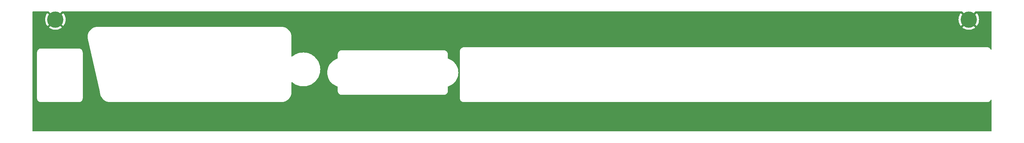
<source format=gbr>
%TF.GenerationSoftware,KiCad,Pcbnew,7.0.10*%
%TF.CreationDate,2024-05-18T10:47:54+01:00*%
%TF.ProjectId,back,6261636b-2e6b-4696-9361-645f70636258,rev?*%
%TF.SameCoordinates,Original*%
%TF.FileFunction,Copper,L2,Bot*%
%TF.FilePolarity,Positive*%
%FSLAX46Y46*%
G04 Gerber Fmt 4.6, Leading zero omitted, Abs format (unit mm)*
G04 Created by KiCad (PCBNEW 7.0.10) date 2024-05-18 10:47:54*
%MOMM*%
%LPD*%
G01*
G04 APERTURE LIST*
%TA.AperFunction,ComponentPad*%
%ADD10C,4.000000*%
%TD*%
G04 APERTURE END LIST*
D10*
%TO.P,H2,1,1*%
%TO.N,GND*%
X256600000Y-89500000D03*
%TD*%
%TO.P,H1,1,1*%
%TO.N,GND*%
X32600000Y-89500000D03*
%TD*%
%TA.AperFunction,Conductor*%
%TO.N,GND*%
G36*
X30969730Y-87520185D02*
G01*
X30990372Y-87536819D01*
X31655819Y-88202266D01*
X31465130Y-88365130D01*
X31302266Y-88555818D01*
X30664286Y-87917838D01*
X30664285Y-87917838D01*
X30573459Y-88027629D01*
X30573457Y-88027632D01*
X30404903Y-88293232D01*
X30404900Y-88293238D01*
X30270965Y-88577862D01*
X30270963Y-88577867D01*
X30173755Y-88877041D01*
X30114808Y-89186050D01*
X30114807Y-89186057D01*
X30095057Y-89499994D01*
X30095057Y-89500005D01*
X30114807Y-89813942D01*
X30114808Y-89813949D01*
X30173755Y-90122958D01*
X30270963Y-90422132D01*
X30270965Y-90422137D01*
X30404900Y-90706761D01*
X30404903Y-90706767D01*
X30573457Y-90972367D01*
X30573460Y-90972371D01*
X30664286Y-91082160D01*
X31302266Y-90444180D01*
X31465130Y-90634870D01*
X31655818Y-90797732D01*
X31014971Y-91438579D01*
X31014972Y-91438581D01*
X31257772Y-91614985D01*
X31257790Y-91614996D01*
X31533447Y-91766540D01*
X31533455Y-91766544D01*
X31825926Y-91882340D01*
X32130620Y-91960573D01*
X32130629Y-91960575D01*
X32442701Y-91999999D01*
X32442715Y-92000000D01*
X32757285Y-92000000D01*
X32757298Y-91999999D01*
X33069370Y-91960575D01*
X33069379Y-91960573D01*
X33374073Y-91882340D01*
X33666544Y-91766544D01*
X33666552Y-91766540D01*
X33942209Y-91614996D01*
X33942219Y-91614990D01*
X34185026Y-91438579D01*
X34185027Y-91438579D01*
X33544180Y-90797733D01*
X33734870Y-90634870D01*
X33897733Y-90444181D01*
X34535712Y-91082160D01*
X34626544Y-90972364D01*
X34795096Y-90706767D01*
X34795099Y-90706761D01*
X34929034Y-90422137D01*
X34929036Y-90422132D01*
X35026244Y-90122958D01*
X35085191Y-89813949D01*
X35085192Y-89813942D01*
X35104943Y-89500005D01*
X35104943Y-89499994D01*
X35085192Y-89186057D01*
X35085191Y-89186050D01*
X35026244Y-88877041D01*
X34929036Y-88577867D01*
X34929034Y-88577862D01*
X34795099Y-88293238D01*
X34795096Y-88293232D01*
X34626542Y-88027632D01*
X34626539Y-88027628D01*
X34535712Y-87917838D01*
X33897732Y-88555818D01*
X33734870Y-88365130D01*
X33544180Y-88202266D01*
X34209628Y-87536819D01*
X34270951Y-87503334D01*
X34297309Y-87500500D01*
X254902691Y-87500500D01*
X254969730Y-87520185D01*
X254990372Y-87536819D01*
X255655819Y-88202266D01*
X255465130Y-88365130D01*
X255302266Y-88555818D01*
X254664286Y-87917838D01*
X254664285Y-87917838D01*
X254573459Y-88027629D01*
X254573457Y-88027632D01*
X254404903Y-88293232D01*
X254404900Y-88293238D01*
X254270965Y-88577862D01*
X254270963Y-88577867D01*
X254173755Y-88877041D01*
X254114808Y-89186050D01*
X254114807Y-89186057D01*
X254095057Y-89499994D01*
X254095057Y-89500005D01*
X254114807Y-89813942D01*
X254114808Y-89813949D01*
X254173755Y-90122958D01*
X254270963Y-90422132D01*
X254270965Y-90422137D01*
X254404900Y-90706761D01*
X254404903Y-90706767D01*
X254573457Y-90972367D01*
X254573460Y-90972371D01*
X254664286Y-91082160D01*
X255302266Y-90444180D01*
X255465130Y-90634870D01*
X255655818Y-90797732D01*
X255014971Y-91438579D01*
X255014972Y-91438581D01*
X255257772Y-91614985D01*
X255257790Y-91614996D01*
X255533447Y-91766540D01*
X255533455Y-91766544D01*
X255825926Y-91882340D01*
X256130620Y-91960573D01*
X256130629Y-91960575D01*
X256442701Y-91999999D01*
X256442715Y-92000000D01*
X256757285Y-92000000D01*
X256757298Y-91999999D01*
X257069370Y-91960575D01*
X257069379Y-91960573D01*
X257374073Y-91882340D01*
X257666544Y-91766544D01*
X257666552Y-91766540D01*
X257942209Y-91614996D01*
X257942219Y-91614990D01*
X258185026Y-91438579D01*
X258185027Y-91438579D01*
X257544180Y-90797733D01*
X257734870Y-90634870D01*
X257897733Y-90444181D01*
X258535712Y-91082160D01*
X258626544Y-90972364D01*
X258795096Y-90706767D01*
X258795099Y-90706761D01*
X258929034Y-90422137D01*
X258929036Y-90422132D01*
X259026244Y-90122958D01*
X259085191Y-89813949D01*
X259085192Y-89813942D01*
X259104943Y-89500005D01*
X259104943Y-89499994D01*
X259085192Y-89186057D01*
X259085191Y-89186050D01*
X259026244Y-88877041D01*
X258929036Y-88577867D01*
X258929034Y-88577862D01*
X258795099Y-88293238D01*
X258795096Y-88293232D01*
X258626542Y-88027632D01*
X258626539Y-88027628D01*
X258535712Y-87917838D01*
X257897732Y-88555818D01*
X257734870Y-88365130D01*
X257544180Y-88202266D01*
X258209628Y-87536819D01*
X258270951Y-87503334D01*
X258297309Y-87500500D01*
X262075500Y-87500500D01*
X262142539Y-87520185D01*
X262188294Y-87572989D01*
X262199500Y-87624500D01*
X262199500Y-96787321D01*
X262179815Y-96854360D01*
X262127011Y-96900115D01*
X262057853Y-96910059D01*
X261994297Y-96881034D01*
X261970269Y-96852914D01*
X261934928Y-96796216D01*
X261934136Y-96794946D01*
X261930951Y-96789534D01*
X261929723Y-96787321D01*
X261895409Y-96725498D01*
X261884921Y-96713281D01*
X261873773Y-96698100D01*
X261873157Y-96697111D01*
X261865252Y-96684429D01*
X261814787Y-96631340D01*
X261810577Y-96626680D01*
X261762873Y-96571112D01*
X261762868Y-96571108D01*
X261762866Y-96571105D01*
X261750126Y-96561243D01*
X261736155Y-96548620D01*
X261725063Y-96536951D01*
X261725062Y-96536950D01*
X261725059Y-96536947D01*
X261664936Y-96495100D01*
X261659874Y-96491382D01*
X261601960Y-96446553D01*
X261601957Y-96446551D01*
X261587496Y-96439458D01*
X261571270Y-96429906D01*
X261558051Y-96420706D01*
X261558049Y-96420705D01*
X261490720Y-96391811D01*
X261485061Y-96389211D01*
X261419271Y-96356940D01*
X261419269Y-96356939D01*
X261403680Y-96352903D01*
X261385864Y-96346813D01*
X261371061Y-96340461D01*
X261371059Y-96340460D01*
X261371058Y-96340460D01*
X261299306Y-96325714D01*
X261293195Y-96324297D01*
X261286544Y-96322575D01*
X261222285Y-96305937D01*
X261222284Y-96305936D01*
X261222281Y-96305936D01*
X261206189Y-96305119D01*
X261187523Y-96302742D01*
X261171743Y-96299500D01*
X261171741Y-96299500D01*
X261098500Y-96299500D01*
X261092221Y-96299341D01*
X261019064Y-96295631D01*
X261019060Y-96295631D01*
X261003143Y-96298070D01*
X260984367Y-96299500D01*
X132828500Y-96299500D01*
X132822221Y-96299341D01*
X132791787Y-96297797D01*
X132749065Y-96295631D01*
X132749058Y-96295631D01*
X132676676Y-96306719D01*
X132670448Y-96307513D01*
X132597566Y-96314925D01*
X132597557Y-96314927D01*
X132582187Y-96319749D01*
X132563858Y-96324003D01*
X132547929Y-96326444D01*
X132547926Y-96326445D01*
X132479245Y-96351880D01*
X132473305Y-96353911D01*
X132403412Y-96375840D01*
X132389322Y-96383661D01*
X132372220Y-96391518D01*
X132357118Y-96397111D01*
X132357108Y-96397116D01*
X132294959Y-96435854D01*
X132289546Y-96439040D01*
X132225506Y-96474585D01*
X132225499Y-96474590D01*
X132213278Y-96485081D01*
X132198114Y-96496216D01*
X132184430Y-96504746D01*
X132184427Y-96504749D01*
X132131338Y-96555213D01*
X132126679Y-96559422D01*
X132071109Y-96607129D01*
X132071102Y-96607136D01*
X132061243Y-96619872D01*
X132048631Y-96633832D01*
X132036949Y-96644938D01*
X132036948Y-96644939D01*
X131995111Y-96705046D01*
X131991396Y-96710106D01*
X131946550Y-96768043D01*
X131939452Y-96782513D01*
X131929907Y-96798728D01*
X131920706Y-96811948D01*
X131920705Y-96811949D01*
X131891818Y-96879262D01*
X131889197Y-96884965D01*
X131856939Y-96950729D01*
X131856938Y-96950733D01*
X131852901Y-96966324D01*
X131846815Y-96984129D01*
X131840461Y-96998937D01*
X131825716Y-97070687D01*
X131824296Y-97076805D01*
X131805936Y-97147716D01*
X131805119Y-97163811D01*
X131802743Y-97182474D01*
X131799500Y-97198260D01*
X131799500Y-97271499D01*
X131799341Y-97277779D01*
X131795631Y-97350935D01*
X131795631Y-97350936D01*
X131798070Y-97366857D01*
X131799500Y-97385633D01*
X131799500Y-108771499D01*
X131799341Y-108777779D01*
X131795631Y-108850935D01*
X131795631Y-108850936D01*
X131806719Y-108923325D01*
X131807513Y-108929553D01*
X131814925Y-109002437D01*
X131814926Y-109002440D01*
X131819749Y-109017814D01*
X131824003Y-109036147D01*
X131826442Y-109052064D01*
X131826443Y-109052068D01*
X131851882Y-109120760D01*
X131853911Y-109126696D01*
X131875841Y-109196588D01*
X131875842Y-109196589D01*
X131875843Y-109196592D01*
X131883657Y-109210670D01*
X131891517Y-109227777D01*
X131897111Y-109242881D01*
X131897113Y-109242884D01*
X131897114Y-109242887D01*
X131904226Y-109254297D01*
X131935864Y-109305057D01*
X131939050Y-109310469D01*
X131974592Y-109374503D01*
X131974593Y-109374504D01*
X131985078Y-109386718D01*
X131996222Y-109401894D01*
X132004745Y-109415567D01*
X132004746Y-109415568D01*
X132004748Y-109415571D01*
X132055246Y-109468695D01*
X132059421Y-109473317D01*
X132074279Y-109490625D01*
X132107132Y-109528894D01*
X132107133Y-109528895D01*
X132119869Y-109538753D01*
X132133844Y-109551379D01*
X132144940Y-109563052D01*
X132205051Y-109604891D01*
X132210115Y-109608609D01*
X132218270Y-109614921D01*
X132268042Y-109653448D01*
X132282515Y-109660547D01*
X132298726Y-109670090D01*
X132311951Y-109679295D01*
X132379264Y-109708181D01*
X132384954Y-109710795D01*
X132396267Y-109716345D01*
X132450724Y-109743058D01*
X132450726Y-109743058D01*
X132450729Y-109743060D01*
X132466316Y-109747095D01*
X132484128Y-109753182D01*
X132498942Y-109759540D01*
X132570700Y-109774285D01*
X132576779Y-109775695D01*
X132647711Y-109794062D01*
X132647715Y-109794063D01*
X132663807Y-109794879D01*
X132682480Y-109797257D01*
X132691413Y-109799093D01*
X132698258Y-109800500D01*
X132698259Y-109800500D01*
X132771500Y-109800500D01*
X132777778Y-109800658D01*
X132850936Y-109804369D01*
X132866857Y-109801930D01*
X132885633Y-109800500D01*
X261041500Y-109800500D01*
X261047778Y-109800658D01*
X261120936Y-109804369D01*
X261193339Y-109793276D01*
X261199557Y-109792484D01*
X261272438Y-109785074D01*
X261287811Y-109780250D01*
X261306149Y-109775995D01*
X261310473Y-109775332D01*
X261322071Y-109773556D01*
X261390789Y-109748105D01*
X261396672Y-109746094D01*
X261466588Y-109724159D01*
X261480670Y-109716341D01*
X261497782Y-109708479D01*
X261512887Y-109702886D01*
X261575073Y-109664123D01*
X261580421Y-109660975D01*
X261644502Y-109625409D01*
X261656724Y-109614915D01*
X261671898Y-109603773D01*
X261685571Y-109595252D01*
X261738690Y-109544757D01*
X261743294Y-109540597D01*
X261798895Y-109492866D01*
X261808750Y-109480133D01*
X261821374Y-109466161D01*
X261825810Y-109461942D01*
X261833053Y-109455059D01*
X261874926Y-109394895D01*
X261878577Y-109389923D01*
X261923448Y-109331958D01*
X261930549Y-109317479D01*
X261940092Y-109301269D01*
X261949295Y-109288049D01*
X261961549Y-109259494D01*
X262006075Y-109205650D01*
X262072643Y-109184426D01*
X262140118Y-109202561D01*
X262187078Y-109254297D01*
X262199500Y-109308393D01*
X262199500Y-116875500D01*
X262179815Y-116942539D01*
X262127011Y-116988294D01*
X262075500Y-116999500D01*
X27124500Y-116999500D01*
X27057461Y-116979815D01*
X27011706Y-116927011D01*
X27000500Y-116875500D01*
X27000500Y-108850936D01*
X28095631Y-108850936D01*
X28106719Y-108923325D01*
X28107513Y-108929553D01*
X28114925Y-109002437D01*
X28114926Y-109002440D01*
X28119749Y-109017814D01*
X28124003Y-109036147D01*
X28126442Y-109052064D01*
X28126443Y-109052068D01*
X28151882Y-109120760D01*
X28153911Y-109126696D01*
X28175841Y-109196588D01*
X28175842Y-109196589D01*
X28175843Y-109196592D01*
X28183657Y-109210670D01*
X28191517Y-109227777D01*
X28197111Y-109242881D01*
X28197113Y-109242884D01*
X28197114Y-109242887D01*
X28204226Y-109254297D01*
X28235864Y-109305057D01*
X28239050Y-109310469D01*
X28274592Y-109374503D01*
X28274593Y-109374504D01*
X28285078Y-109386718D01*
X28296222Y-109401894D01*
X28304745Y-109415567D01*
X28304746Y-109415568D01*
X28304748Y-109415571D01*
X28355246Y-109468695D01*
X28359421Y-109473317D01*
X28374279Y-109490625D01*
X28407132Y-109528894D01*
X28407133Y-109528895D01*
X28419869Y-109538753D01*
X28433844Y-109551379D01*
X28444940Y-109563052D01*
X28505051Y-109604891D01*
X28510115Y-109608609D01*
X28518270Y-109614921D01*
X28568042Y-109653448D01*
X28582515Y-109660547D01*
X28598726Y-109670090D01*
X28611951Y-109679295D01*
X28679264Y-109708181D01*
X28684954Y-109710795D01*
X28696267Y-109716345D01*
X28750724Y-109743058D01*
X28750726Y-109743058D01*
X28750729Y-109743060D01*
X28766316Y-109747095D01*
X28784128Y-109753182D01*
X28798942Y-109759540D01*
X28870700Y-109774285D01*
X28876779Y-109775695D01*
X28947711Y-109794062D01*
X28947715Y-109794063D01*
X28963807Y-109794879D01*
X28982480Y-109797257D01*
X28991413Y-109799093D01*
X28998258Y-109800500D01*
X28998259Y-109800500D01*
X29071500Y-109800500D01*
X29077778Y-109800658D01*
X29150936Y-109804369D01*
X29166857Y-109801930D01*
X29185633Y-109800500D01*
X38271500Y-109800500D01*
X38277778Y-109800658D01*
X38350936Y-109804369D01*
X38423339Y-109793276D01*
X38429557Y-109792484D01*
X38502438Y-109785074D01*
X38517811Y-109780250D01*
X38536149Y-109775995D01*
X38540473Y-109775332D01*
X38552071Y-109773556D01*
X38620789Y-109748105D01*
X38626672Y-109746094D01*
X38696588Y-109724159D01*
X38710670Y-109716341D01*
X38727782Y-109708479D01*
X38742887Y-109702886D01*
X38805073Y-109664123D01*
X38810421Y-109660975D01*
X38874502Y-109625409D01*
X38886724Y-109614915D01*
X38901898Y-109603773D01*
X38915571Y-109595252D01*
X38968690Y-109544757D01*
X38973294Y-109540597D01*
X39028895Y-109492866D01*
X39038750Y-109480133D01*
X39051374Y-109466161D01*
X39055810Y-109461942D01*
X39063053Y-109455059D01*
X39104926Y-109394895D01*
X39108577Y-109389923D01*
X39153448Y-109331958D01*
X39160549Y-109317479D01*
X39170092Y-109301269D01*
X39179295Y-109288049D01*
X39208186Y-109220722D01*
X39210791Y-109215054D01*
X39243060Y-109149271D01*
X39247098Y-109133672D01*
X39253191Y-109115851D01*
X39259538Y-109101062D01*
X39259540Y-109101058D01*
X39274288Y-109029287D01*
X39275692Y-109023231D01*
X39294063Y-108952285D01*
X39294879Y-108936193D01*
X39297258Y-108917516D01*
X39300500Y-108901742D01*
X39300500Y-108828499D01*
X39300659Y-108822219D01*
X39304369Y-108749064D01*
X39301930Y-108733142D01*
X39300500Y-108714366D01*
X39300500Y-97628499D01*
X39300659Y-97622219D01*
X39302065Y-97594495D01*
X39304369Y-97549064D01*
X39293277Y-97476664D01*
X39292484Y-97470436D01*
X39291756Y-97463281D01*
X39285074Y-97397562D01*
X39280766Y-97383832D01*
X39280251Y-97382189D01*
X39275994Y-97363849D01*
X39273556Y-97347929D01*
X39248100Y-97279197D01*
X39246098Y-97273338D01*
X39224159Y-97203412D01*
X39216339Y-97189324D01*
X39208482Y-97172225D01*
X39202886Y-97157113D01*
X39164129Y-97094934D01*
X39160951Y-97089534D01*
X39153686Y-97076445D01*
X39125409Y-97025498D01*
X39114921Y-97013281D01*
X39103773Y-96998100D01*
X39103489Y-96997645D01*
X39095252Y-96984429D01*
X39044787Y-96931340D01*
X39040577Y-96926680D01*
X38992873Y-96871112D01*
X38992868Y-96871108D01*
X38992866Y-96871105D01*
X38980126Y-96861243D01*
X38966155Y-96848620D01*
X38955063Y-96836951D01*
X38955062Y-96836950D01*
X38955059Y-96836947D01*
X38894936Y-96795100D01*
X38889874Y-96791382D01*
X38831960Y-96746553D01*
X38831957Y-96746551D01*
X38817496Y-96739458D01*
X38801270Y-96729906D01*
X38788051Y-96720706D01*
X38788049Y-96720705D01*
X38720720Y-96691811D01*
X38715061Y-96689211D01*
X38649271Y-96656940D01*
X38649269Y-96656939D01*
X38633680Y-96652903D01*
X38615864Y-96646813D01*
X38601061Y-96640461D01*
X38601059Y-96640460D01*
X38601058Y-96640460D01*
X38529306Y-96625714D01*
X38523195Y-96624297D01*
X38516544Y-96622575D01*
X38452285Y-96605937D01*
X38452284Y-96605936D01*
X38452281Y-96605936D01*
X38436189Y-96605119D01*
X38417523Y-96602742D01*
X38401743Y-96599500D01*
X38401741Y-96599500D01*
X38328500Y-96599500D01*
X38322221Y-96599341D01*
X38249064Y-96595631D01*
X38249060Y-96595631D01*
X38233143Y-96598070D01*
X38214367Y-96599500D01*
X29128500Y-96599500D01*
X29122221Y-96599341D01*
X29091787Y-96597797D01*
X29049065Y-96595631D01*
X29049058Y-96595631D01*
X28976676Y-96606719D01*
X28970448Y-96607513D01*
X28897566Y-96614925D01*
X28897557Y-96614927D01*
X28882187Y-96619749D01*
X28863858Y-96624003D01*
X28847929Y-96626444D01*
X28847926Y-96626445D01*
X28779245Y-96651880D01*
X28773305Y-96653911D01*
X28703412Y-96675840D01*
X28689322Y-96683661D01*
X28672220Y-96691518D01*
X28657118Y-96697111D01*
X28657108Y-96697116D01*
X28594959Y-96735854D01*
X28589546Y-96739040D01*
X28525506Y-96774585D01*
X28525499Y-96774590D01*
X28513278Y-96785081D01*
X28498114Y-96796216D01*
X28484430Y-96804746D01*
X28484427Y-96804749D01*
X28431338Y-96855213D01*
X28426679Y-96859422D01*
X28371109Y-96907129D01*
X28371102Y-96907136D01*
X28361243Y-96919872D01*
X28348631Y-96933832D01*
X28336949Y-96944938D01*
X28336948Y-96944939D01*
X28295111Y-97005046D01*
X28291396Y-97010106D01*
X28246550Y-97068043D01*
X28239452Y-97082513D01*
X28229907Y-97098728D01*
X28220706Y-97111948D01*
X28220705Y-97111949D01*
X28191818Y-97179262D01*
X28189197Y-97184965D01*
X28156939Y-97250729D01*
X28156938Y-97250733D01*
X28152901Y-97266324D01*
X28146815Y-97284129D01*
X28140461Y-97298937D01*
X28125716Y-97370687D01*
X28124296Y-97376805D01*
X28105936Y-97447716D01*
X28105119Y-97463811D01*
X28102743Y-97482474D01*
X28099500Y-97498260D01*
X28099500Y-97571499D01*
X28099341Y-97577779D01*
X28095631Y-97650935D01*
X28095631Y-97650936D01*
X28098070Y-97666857D01*
X28099500Y-97685633D01*
X28099500Y-108771499D01*
X28099341Y-108777779D01*
X28095631Y-108850935D01*
X28095631Y-108850936D01*
X27000500Y-108850936D01*
X27000500Y-93715023D01*
X40497936Y-93715023D01*
X40499483Y-93807381D01*
X40499500Y-93809457D01*
X40499500Y-93892707D01*
X40500029Y-93898415D01*
X40499909Y-93898426D01*
X40501225Y-93911439D01*
X40501343Y-93918471D01*
X40501344Y-93918483D01*
X40519249Y-93998771D01*
X40520110Y-94002972D01*
X40533569Y-94074966D01*
X40533572Y-94074975D01*
X40536503Y-94082541D01*
X40541902Y-94100340D01*
X43452768Y-107152287D01*
X43598312Y-107804890D01*
X43611378Y-107863474D01*
X43613451Y-107875553D01*
X43617908Y-107912346D01*
X43617908Y-107912348D01*
X43631249Y-107954671D01*
X43634007Y-107964939D01*
X43634536Y-107967308D01*
X43634538Y-107967314D01*
X43634538Y-107967317D01*
X43646820Y-108004286D01*
X43647393Y-108006055D01*
X43690328Y-108142081D01*
X43690329Y-108142083D01*
X43690332Y-108142092D01*
X43773491Y-108328117D01*
X43811279Y-108412648D01*
X43962483Y-108667529D01*
X44141940Y-108903366D01*
X44237147Y-109002437D01*
X44347287Y-109117048D01*
X44347292Y-109117052D01*
X44347294Y-109117054D01*
X44358976Y-109126700D01*
X44575804Y-109305746D01*
X44724103Y-109401894D01*
X44824466Y-109466964D01*
X44824468Y-109466965D01*
X45089988Y-109598571D01*
X45089993Y-109598574D01*
X45089996Y-109598575D01*
X45089998Y-109598576D01*
X45206783Y-109640561D01*
X45368881Y-109698838D01*
X45647234Y-109764036D01*
X45657425Y-109766423D01*
X45951822Y-109800441D01*
X45991554Y-109800456D01*
X45992394Y-109800500D01*
X45998259Y-109800500D01*
X88151254Y-109800500D01*
X88204265Y-109794063D01*
X88451551Y-109764037D01*
X88745266Y-109691643D01*
X88745269Y-109691641D01*
X88745272Y-109691641D01*
X88919910Y-109625409D01*
X89028113Y-109584373D01*
X89295967Y-109443792D01*
X89544924Y-109271950D01*
X89771352Y-109071352D01*
X89971950Y-108844924D01*
X90143792Y-108595967D01*
X90284373Y-108328113D01*
X90391643Y-108045266D01*
X90464037Y-107751551D01*
X90500500Y-107451252D01*
X90500500Y-107300000D01*
X90500500Y-107207290D01*
X90500500Y-105003369D01*
X90520185Y-104936330D01*
X90572989Y-104890575D01*
X90642147Y-104880631D01*
X90705703Y-104909656D01*
X90707773Y-104911491D01*
X90753233Y-104952694D01*
X90763776Y-104962249D01*
X91091325Y-105205176D01*
X91441109Y-105414828D01*
X91809757Y-105589186D01*
X92193721Y-105726570D01*
X92589301Y-105825658D01*
X92992689Y-105885495D01*
X93400000Y-105905505D01*
X93807311Y-105885495D01*
X94210699Y-105825658D01*
X94606279Y-105726570D01*
X94990243Y-105589186D01*
X95358891Y-105414828D01*
X95708675Y-105205176D01*
X96036224Y-104962249D01*
X96338386Y-104688386D01*
X96612249Y-104386224D01*
X96855176Y-104058675D01*
X97064828Y-103708891D01*
X97239186Y-103340243D01*
X97376570Y-102956279D01*
X97475658Y-102560699D01*
X97480953Y-102525000D01*
X99269904Y-102525000D01*
X99288271Y-102887191D01*
X99343188Y-103245663D01*
X99434092Y-103596757D01*
X99560039Y-103936823D01*
X99560042Y-103936830D01*
X99560043Y-103936832D01*
X99560045Y-103936836D01*
X99719754Y-104262427D01*
X99742029Y-104298163D01*
X99911588Y-104570195D01*
X99911590Y-104570198D01*
X99911591Y-104570199D01*
X100133567Y-104856969D01*
X100133573Y-104856976D01*
X100364584Y-105100000D01*
X100383432Y-105119828D01*
X100658599Y-105356051D01*
X100658602Y-105356053D01*
X100956258Y-105563228D01*
X101273347Y-105739226D01*
X101606614Y-105882243D01*
X101762621Y-105931190D01*
X101820693Y-105970040D01*
X101848542Y-106034120D01*
X101849500Y-106049503D01*
X101849500Y-106971498D01*
X101849341Y-106977778D01*
X101845631Y-107050934D01*
X101845631Y-107050935D01*
X101856719Y-107123324D01*
X101857513Y-107129552D01*
X101864925Y-107202436D01*
X101864926Y-107202439D01*
X101869749Y-107217813D01*
X101874003Y-107236146D01*
X101876442Y-107252063D01*
X101876443Y-107252067D01*
X101901882Y-107320759D01*
X101903911Y-107326695D01*
X101925841Y-107396587D01*
X101925842Y-107396588D01*
X101925843Y-107396591D01*
X101933657Y-107410669D01*
X101941517Y-107427776D01*
X101947111Y-107442880D01*
X101947113Y-107442883D01*
X101947114Y-107442886D01*
X101952329Y-107451252D01*
X101985864Y-107505056D01*
X101989050Y-107510468D01*
X102000978Y-107531959D01*
X102024592Y-107574502D01*
X102024593Y-107574503D01*
X102035078Y-107586717D01*
X102046222Y-107601893D01*
X102054745Y-107615566D01*
X102054746Y-107615567D01*
X102054748Y-107615570D01*
X102105246Y-107668694D01*
X102109421Y-107673316D01*
X102115275Y-107680135D01*
X102157132Y-107728893D01*
X102157133Y-107728894D01*
X102169869Y-107738752D01*
X102183842Y-107751376D01*
X102184008Y-107751551D01*
X102194940Y-107763051D01*
X102255051Y-107804890D01*
X102260115Y-107808608D01*
X102318042Y-107853447D01*
X102332515Y-107860546D01*
X102348726Y-107870089D01*
X102361951Y-107879294D01*
X102429264Y-107908180D01*
X102434954Y-107910794D01*
X102446269Y-107916345D01*
X102500724Y-107943057D01*
X102500726Y-107943057D01*
X102500729Y-107943059D01*
X102516316Y-107947094D01*
X102534128Y-107953181D01*
X102548942Y-107959539D01*
X102620700Y-107974284D01*
X102626779Y-107975694D01*
X102697711Y-107994061D01*
X102697715Y-107994062D01*
X102713807Y-107994878D01*
X102732480Y-107997256D01*
X102741413Y-107999092D01*
X102748258Y-108000499D01*
X102748259Y-108000499D01*
X102821500Y-108000499D01*
X102827778Y-108000657D01*
X102900936Y-108004368D01*
X102916857Y-108001929D01*
X102935633Y-108000499D01*
X127821497Y-108000499D01*
X127827778Y-108000658D01*
X127900936Y-108004369D01*
X127973339Y-107993276D01*
X127979557Y-107992484D01*
X128052438Y-107985074D01*
X128067811Y-107980250D01*
X128086149Y-107975995D01*
X128090473Y-107975332D01*
X128102071Y-107973556D01*
X128170789Y-107948105D01*
X128176672Y-107946094D01*
X128246588Y-107924159D01*
X128260670Y-107916341D01*
X128277782Y-107908479D01*
X128292887Y-107902886D01*
X128355073Y-107864123D01*
X128360421Y-107860975D01*
X128424502Y-107825409D01*
X128436724Y-107814915D01*
X128451898Y-107803773D01*
X128465571Y-107795252D01*
X128518690Y-107744757D01*
X128523294Y-107740597D01*
X128578895Y-107692866D01*
X128588750Y-107680133D01*
X128601374Y-107666161D01*
X128605810Y-107661942D01*
X128613053Y-107655059D01*
X128654926Y-107594895D01*
X128658577Y-107589923D01*
X128703448Y-107531958D01*
X128710549Y-107517479D01*
X128720092Y-107501269D01*
X128729295Y-107488049D01*
X128758186Y-107420722D01*
X128760791Y-107415054D01*
X128793060Y-107349271D01*
X128797098Y-107333672D01*
X128803191Y-107315851D01*
X128809538Y-107301062D01*
X128809540Y-107301058D01*
X128824288Y-107229287D01*
X128825692Y-107223231D01*
X128844063Y-107152285D01*
X128844879Y-107136193D01*
X128847258Y-107117516D01*
X128850500Y-107101742D01*
X128850500Y-107028499D01*
X128850659Y-107022219D01*
X128854369Y-106949064D01*
X128851930Y-106933142D01*
X128850500Y-106914366D01*
X128850500Y-106049502D01*
X128870185Y-105982463D01*
X128922989Y-105936708D01*
X128937371Y-105931191D01*
X129093386Y-105882242D01*
X129426653Y-105739226D01*
X129743741Y-105563227D01*
X130041398Y-105356052D01*
X130316567Y-105119827D01*
X130566426Y-104856975D01*
X130788411Y-104570194D01*
X130980244Y-104262427D01*
X131139956Y-103936831D01*
X131265909Y-103596748D01*
X131356810Y-103245668D01*
X131411727Y-102887192D01*
X131430095Y-102525000D01*
X131411727Y-102162808D01*
X131356810Y-101804332D01*
X131265909Y-101453252D01*
X131265905Y-101453242D01*
X131139959Y-101113177D01*
X131139958Y-101113176D01*
X131139956Y-101113169D01*
X130980244Y-100787573D01*
X130788411Y-100479806D01*
X130566426Y-100193025D01*
X130316567Y-99930173D01*
X130154577Y-99791109D01*
X130041400Y-99693949D01*
X129743742Y-99486774D01*
X129743741Y-99486773D01*
X129426653Y-99310774D01*
X129426654Y-99310774D01*
X129426648Y-99310771D01*
X129093377Y-99167754D01*
X128937379Y-99118810D01*
X128879307Y-99079959D01*
X128851458Y-99015880D01*
X128850500Y-99000497D01*
X128850500Y-98078499D01*
X128850659Y-98072219D01*
X128854369Y-97999064D01*
X128843277Y-97926664D01*
X128842484Y-97920436D01*
X128841505Y-97910813D01*
X128835074Y-97847562D01*
X128834248Y-97844930D01*
X128830251Y-97832189D01*
X128825994Y-97813849D01*
X128823556Y-97797929D01*
X128798100Y-97729197D01*
X128796098Y-97723338D01*
X128774159Y-97653412D01*
X128766339Y-97639324D01*
X128758480Y-97622219D01*
X128752886Y-97607113D01*
X128714129Y-97544934D01*
X128710951Y-97539534D01*
X128707054Y-97532513D01*
X128675409Y-97475498D01*
X128664921Y-97463281D01*
X128653773Y-97448100D01*
X128653489Y-97447645D01*
X128645252Y-97434429D01*
X128594787Y-97381340D01*
X128590577Y-97376680D01*
X128542873Y-97321112D01*
X128542868Y-97321108D01*
X128542866Y-97321105D01*
X128530126Y-97311243D01*
X128516155Y-97298620D01*
X128505063Y-97286951D01*
X128505062Y-97286950D01*
X128505059Y-97286947D01*
X128444936Y-97245100D01*
X128439874Y-97241382D01*
X128381960Y-97196553D01*
X128381957Y-97196551D01*
X128367496Y-97189458D01*
X128351270Y-97179906D01*
X128338051Y-97170706D01*
X128338049Y-97170705D01*
X128270720Y-97141811D01*
X128265061Y-97139211D01*
X128199271Y-97106940D01*
X128199269Y-97106939D01*
X128183680Y-97102903D01*
X128165864Y-97096813D01*
X128151061Y-97090461D01*
X128151059Y-97090460D01*
X128151058Y-97090460D01*
X128079306Y-97075714D01*
X128073195Y-97074297D01*
X128066544Y-97072575D01*
X128002285Y-97055937D01*
X128002284Y-97055936D01*
X128002281Y-97055936D01*
X127986189Y-97055119D01*
X127967523Y-97052742D01*
X127951743Y-97049500D01*
X127951741Y-97049500D01*
X127878500Y-97049500D01*
X127872221Y-97049341D01*
X127799064Y-97045631D01*
X127799060Y-97045631D01*
X127783143Y-97048070D01*
X127764367Y-97049500D01*
X102878500Y-97049500D01*
X102872221Y-97049341D01*
X102841787Y-97047797D01*
X102799065Y-97045631D01*
X102799058Y-97045631D01*
X102726676Y-97056719D01*
X102720448Y-97057513D01*
X102647566Y-97064925D01*
X102647557Y-97064927D01*
X102632187Y-97069749D01*
X102613858Y-97074003D01*
X102597929Y-97076444D01*
X102597926Y-97076445D01*
X102529245Y-97101880D01*
X102523305Y-97103911D01*
X102453412Y-97125840D01*
X102439322Y-97133661D01*
X102422220Y-97141518D01*
X102407118Y-97147111D01*
X102407108Y-97147116D01*
X102344959Y-97185854D01*
X102339546Y-97189040D01*
X102275506Y-97224585D01*
X102275499Y-97224590D01*
X102263278Y-97235081D01*
X102248114Y-97246216D01*
X102234430Y-97254746D01*
X102234427Y-97254749D01*
X102181338Y-97305213D01*
X102176679Y-97309422D01*
X102121109Y-97357129D01*
X102121102Y-97357136D01*
X102111243Y-97369872D01*
X102098631Y-97383832D01*
X102086949Y-97394938D01*
X102086948Y-97394939D01*
X102045111Y-97455046D01*
X102041396Y-97460106D01*
X101996550Y-97518043D01*
X101989452Y-97532513D01*
X101979907Y-97548728D01*
X101970706Y-97561948D01*
X101970705Y-97561949D01*
X101941818Y-97629262D01*
X101939197Y-97634965D01*
X101906939Y-97700729D01*
X101906938Y-97700733D01*
X101902901Y-97716324D01*
X101896815Y-97734129D01*
X101890461Y-97748937D01*
X101875716Y-97820687D01*
X101874296Y-97826805D01*
X101855936Y-97897716D01*
X101855119Y-97913811D01*
X101852743Y-97932474D01*
X101849500Y-97948260D01*
X101849500Y-98021499D01*
X101849341Y-98027779D01*
X101845631Y-98100935D01*
X101845631Y-98100936D01*
X101848070Y-98116857D01*
X101849500Y-98135633D01*
X101849500Y-99000496D01*
X101829815Y-99067535D01*
X101777011Y-99113290D01*
X101762621Y-99118809D01*
X101606629Y-99167751D01*
X101606608Y-99167759D01*
X101273347Y-99310773D01*
X100956262Y-99486769D01*
X100956257Y-99486772D01*
X100658599Y-99693948D01*
X100383432Y-99930171D01*
X100133568Y-100193029D01*
X99911591Y-100479800D01*
X99719754Y-100787572D01*
X99560045Y-101113163D01*
X99560039Y-101113176D01*
X99434092Y-101453242D01*
X99343188Y-101804336D01*
X99288271Y-102162808D01*
X99269904Y-102525000D01*
X97480953Y-102525000D01*
X97535495Y-102157311D01*
X97555505Y-101750000D01*
X97535495Y-101342689D01*
X97475658Y-100939301D01*
X97376570Y-100543721D01*
X97239186Y-100159757D01*
X97064828Y-99791109D01*
X96855176Y-99441325D01*
X96612249Y-99113776D01*
X96611809Y-99113290D01*
X96338386Y-98811613D01*
X96036229Y-98537755D01*
X95980778Y-98496630D01*
X95708675Y-98294824D01*
X95358891Y-98085172D01*
X94990243Y-97910814D01*
X94990241Y-97910813D01*
X94606279Y-97773430D01*
X94210695Y-97674341D01*
X93807320Y-97614506D01*
X93807316Y-97614505D01*
X93807311Y-97614505D01*
X93400000Y-97594495D01*
X92992689Y-97614505D01*
X92992683Y-97614505D01*
X92992679Y-97614506D01*
X92589304Y-97674341D01*
X92193720Y-97773430D01*
X91809758Y-97910813D01*
X91809756Y-97910814D01*
X91441105Y-98085174D01*
X91091327Y-98294822D01*
X90763771Y-98537755D01*
X90707772Y-98588509D01*
X90644880Y-98618944D01*
X90575517Y-98610545D01*
X90521706Y-98565979D01*
X90500531Y-98499395D01*
X90500500Y-98496630D01*
X90500500Y-93648745D01*
X90481050Y-93488567D01*
X90464037Y-93348449D01*
X90391643Y-93054734D01*
X90391642Y-93054731D01*
X90391641Y-93054727D01*
X90284371Y-92771882D01*
X90143793Y-92504035D01*
X90143787Y-92504026D01*
X89971952Y-92255078D01*
X89971947Y-92255072D01*
X89771353Y-92028648D01*
X89771351Y-92028646D01*
X89544927Y-91828052D01*
X89544921Y-91828047D01*
X89295973Y-91656212D01*
X89295964Y-91656206D01*
X89028117Y-91515628D01*
X88745272Y-91408358D01*
X88629820Y-91379902D01*
X88451551Y-91335963D01*
X88271371Y-91314085D01*
X88151254Y-91299500D01*
X88151252Y-91299500D01*
X88101741Y-91299500D01*
X43092710Y-91299500D01*
X43000000Y-91299500D01*
X42848748Y-91299500D01*
X42848746Y-91299500D01*
X42698598Y-91317731D01*
X42548449Y-91335963D01*
X42429602Y-91365255D01*
X42254727Y-91408358D01*
X41971882Y-91515628D01*
X41704035Y-91656206D01*
X41704026Y-91656212D01*
X41455078Y-91828047D01*
X41455072Y-91828052D01*
X41228648Y-92028646D01*
X41228646Y-92028648D01*
X41028052Y-92255072D01*
X41028047Y-92255078D01*
X40856212Y-92504026D01*
X40856206Y-92504035D01*
X40715628Y-92771882D01*
X40608358Y-93054727D01*
X40565255Y-93229602D01*
X40544695Y-93313024D01*
X40535963Y-93348451D01*
X40499500Y-93648745D01*
X40499500Y-93695154D01*
X40498233Y-93708746D01*
X40498467Y-93708766D01*
X40497936Y-93715023D01*
X27000500Y-93715023D01*
X27000500Y-87624500D01*
X27020185Y-87557461D01*
X27072989Y-87511706D01*
X27124500Y-87500500D01*
X30902691Y-87500500D01*
X30969730Y-87520185D01*
G37*
%TD.AperFunction*%
%TD*%
M02*

</source>
